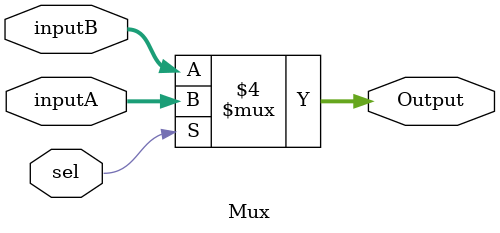
<source format=v>
module Mux (
    output reg [31:0] Output,
    input [31:0] inputA,
    input [31:0] inputB,
    input sel
    );
    always@ (inputA, inputB, sel) begin
        if(sel == 1) begin
            Output = inputA;
        end else begin
            Output = inputB;
        end
    end
endmodule
</source>
